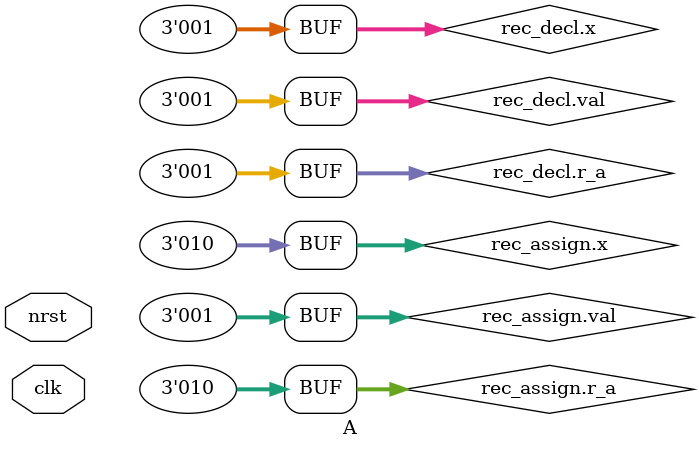
<source format=sv>

module B_top // "b_mod"
(
);

// Variables generated for SystemC signals
logic clk;
logic nrst;


//------------------------------------------------------------------------------
// Child module instances

A a_mod
(
  .clk(clk),
  .nrst(nrst)
);

endmodule



//==============================================================================
//
// Module: A (test_read_defined.cpp:76:5)
//
module A // "b_mod.a_mod"
(
    input logic clk,
    input logic nrst
);

// Variables generated for SystemC signals

//------------------------------------------------------------------------------
// Method process: rec_decl (test_read_defined.cpp:41:5) 

always_comb 
begin : rec_decl     // test_read_defined.cpp:41:5
    logic [2:0] x;
    logic [2:0] val;
    logic [2:0] r_a;
    x = 1;
    val = x;
    r_a = val;
end

//------------------------------------------------------------------------------
// Method process: rec_assign (test_read_defined.cpp:49:5) 

always_comb 
begin : rec_assign     // test_read_defined.cpp:49:5
    logic [2:0] val;
    logic [2:0] r_a;
    logic [2:0] x;
    val = 1;
    r_a = val;
    r_a = 2;
    x = r_a;
end

endmodule



</source>
